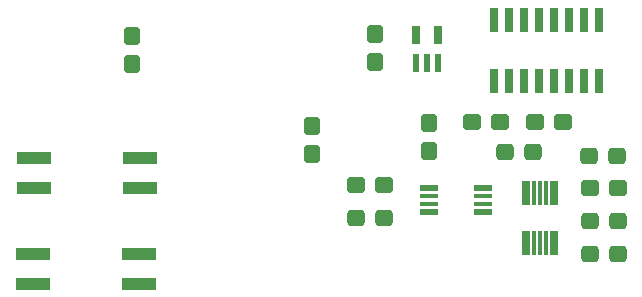
<source format=gbr>
%TF.SameCoordinates,Original*%
%TF.FileFunction,Paste,Top*%
%TF.FilePolarity,Positive*%
%FSLAX46Y46*%
G04 Gerber Fmt 4.6, Leading zero omitted, Abs format (unit mm)*
G04 Created by KiCad (PCBNEW (7.0.0)) date 2023-11-17 04:09:28*
%MOMM*%
%LPD*%
G01*
G04 APERTURE LIST*
G04 Aperture macros list*
%AMRoundRect*
0 Rectangle with rounded corners*
0 $1 Rounding radius*
0 $2 $3 $4 $5 $6 $7 $8 $9 X,Y pos of 4 corners*
0 Add a 4 corners polygon primitive as box body*
4,1,4,$2,$3,$4,$5,$6,$7,$8,$9,$2,$3,0*
0 Add four circle primitives for the rounded corners*
1,1,$1+$1,$2,$3*
1,1,$1+$1,$4,$5*
1,1,$1+$1,$6,$7*
1,1,$1+$1,$8,$9*
0 Add four rect primitives between the rounded corners*
20,1,$1+$1,$2,$3,$4,$5,0*
20,1,$1+$1,$4,$5,$6,$7,0*
20,1,$1+$1,$6,$7,$8,$9,0*
20,1,$1+$1,$8,$9,$2,$3,0*%
G04 Aperture macros list end*
%ADD10RoundRect,0.287550X0.462450X0.387450X-0.462450X0.387450X-0.462450X-0.387450X0.462450X-0.387450X0*%
%ADD11R,0.600000X1.500000*%
%ADD12R,0.750000X1.500000*%
%ADD13RoundRect,0.287550X0.387450X-0.462450X0.387450X0.462450X-0.387450X0.462450X-0.387450X-0.462450X0*%
%ADD14RoundRect,0.287550X-0.462450X-0.387450X0.462450X-0.387450X0.462450X0.387450X-0.462450X0.387450X0*%
%ADD15RoundRect,0.280800X0.469200X0.394200X-0.469200X0.394200X-0.469200X-0.394200X0.469200X-0.394200X0*%
%ADD16R,1.650000X0.600000*%
%ADD17R,1.650000X0.450000*%
%ADD18RoundRect,0.280800X-0.469200X-0.394200X0.469200X-0.394200X0.469200X0.394200X-0.469200X0.394200X0*%
%ADD19R,3.000000X1.000000*%
%ADD20R,0.700000X2.000000*%
%ADD21R,0.300000X2.000000*%
%ADD22RoundRect,0.287550X-0.387450X0.462450X-0.387450X-0.462450X0.387450X-0.462450X0.387450X0.462450X0*%
%ADD23R,0.700000X2.150000*%
G04 APERTURE END LIST*
D10*
%TO.C,C6*%
X151568000Y-77578000D03*
X149168000Y-77578000D03*
%TD*%
D11*
%TO.C,U4*%
X134497999Y-69709999D03*
X135447999Y-69709999D03*
X136397999Y-69709999D03*
D12*
X136397999Y-67309999D03*
X134497999Y-67309999D03*
%TD*%
D13*
%TO.C,C9*%
X131064000Y-69596000D03*
X131064000Y-67196000D03*
%TD*%
D14*
%TO.C,C7*%
X149238000Y-85842000D03*
X151638000Y-85842000D03*
%TD*%
D15*
%TO.C,R2*%
X151638000Y-80254000D03*
X149238000Y-80254000D03*
%TD*%
D14*
%TO.C,C3*%
X129426000Y-82794000D03*
X131826000Y-82794000D03*
%TD*%
D13*
%TO.C,C2*%
X135636000Y-77146000D03*
X135636000Y-74746000D03*
%TD*%
D16*
%TO.C,U1*%
X135621999Y-80219999D03*
D17*
X135621999Y-80944999D03*
X135621999Y-81594999D03*
D16*
X135621999Y-82319999D03*
X140221999Y-82319999D03*
D17*
X140221999Y-81594999D03*
X140221999Y-80944999D03*
D16*
X140221999Y-80219999D03*
%TD*%
D18*
%TO.C,R1*%
X129426000Y-80000000D03*
X131826000Y-80000000D03*
%TD*%
D19*
%TO.C,SW1*%
X111107999Y-88391999D03*
X111107999Y-85851999D03*
X102107999Y-85851999D03*
X102107999Y-88391999D03*
%TD*%
D15*
%TO.C,R4*%
X141662000Y-74676000D03*
X139262000Y-74676000D03*
%TD*%
D20*
%TO.C,U2*%
X146233999Y-80643999D03*
D21*
X145533999Y-80643999D03*
X145033999Y-80643999D03*
X144533999Y-80643999D03*
D20*
X143833999Y-80643999D03*
X143833999Y-84943999D03*
D21*
X144533999Y-84943999D03*
X145033999Y-84943999D03*
X145533999Y-84943999D03*
D20*
X146233999Y-84943999D03*
%TD*%
D22*
%TO.C,C1*%
X125730000Y-75000000D03*
X125730000Y-77400000D03*
%TD*%
D19*
%TO.C,SW2*%
X111179999Y-80263999D03*
X111179999Y-77723999D03*
X102179999Y-77723999D03*
X102179999Y-80263999D03*
%TD*%
D18*
%TO.C,R3*%
X144596000Y-74676000D03*
X146996000Y-74676000D03*
%TD*%
D23*
%TO.C,U3*%
X141096999Y-71189999D03*
X142366999Y-71189999D03*
X143636999Y-71189999D03*
X144906999Y-71189999D03*
X146176999Y-71189999D03*
X147446999Y-71189999D03*
X148716999Y-71189999D03*
X149986999Y-71189999D03*
X149986999Y-66039999D03*
X148716999Y-66039999D03*
X147446999Y-66039999D03*
X146176999Y-66039999D03*
X144906999Y-66039999D03*
X143636999Y-66039999D03*
X142366999Y-66039999D03*
X141096999Y-66039999D03*
%TD*%
D22*
%TO.C,C5*%
X110490000Y-67380000D03*
X110490000Y-69780000D03*
%TD*%
D14*
%TO.C,C8*%
X142056000Y-77216000D03*
X144456000Y-77216000D03*
%TD*%
%TO.C,C4*%
X149238000Y-83048000D03*
X151638000Y-83048000D03*
%TD*%
M02*

</source>
